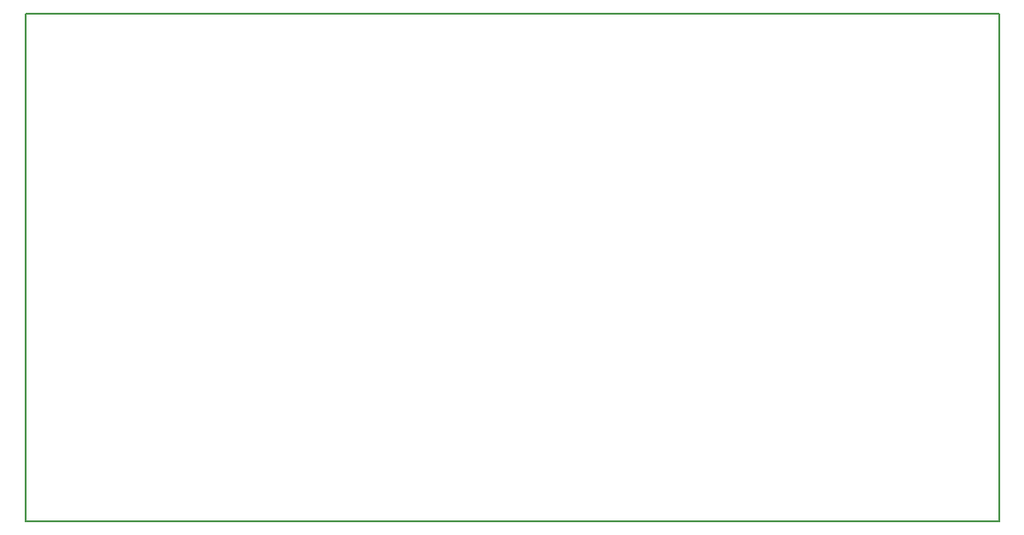
<source format=gm1>
%TF.GenerationSoftware,KiCad,Pcbnew,5.1.5-52549c5~84~ubuntu19.10.1*%
%TF.CreationDate,2019-12-20T00:06:15-05:00*%
%TF.ProjectId,bldc-controller,626c6463-2d63-46f6-9e74-726f6c6c6572,rev?*%
%TF.SameCoordinates,Original*%
%TF.FileFunction,Profile,NP*%
%FSLAX46Y46*%
G04 Gerber Fmt 4.6, Leading zero omitted, Abs format (unit mm)*
G04 Created by KiCad (PCBNEW 5.1.5-52549c5~84~ubuntu19.10.1) date 2019-12-20 00:06:15*
%MOMM*%
%LPD*%
G04 APERTURE LIST*
%ADD10C,0.152400*%
G04 APERTURE END LIST*
D10*
X17000000Y-103000000D02*
X107000000Y-103000000D01*
X17000000Y-113000000D02*
X17000000Y-103000000D01*
X17000000Y-124000000D02*
X17000000Y-113000000D01*
X17000000Y-150000000D02*
X17000000Y-124000000D01*
X107000000Y-150000000D02*
X17000000Y-150000000D01*
X107000000Y-103000000D02*
X107000000Y-150000000D01*
M02*

</source>
